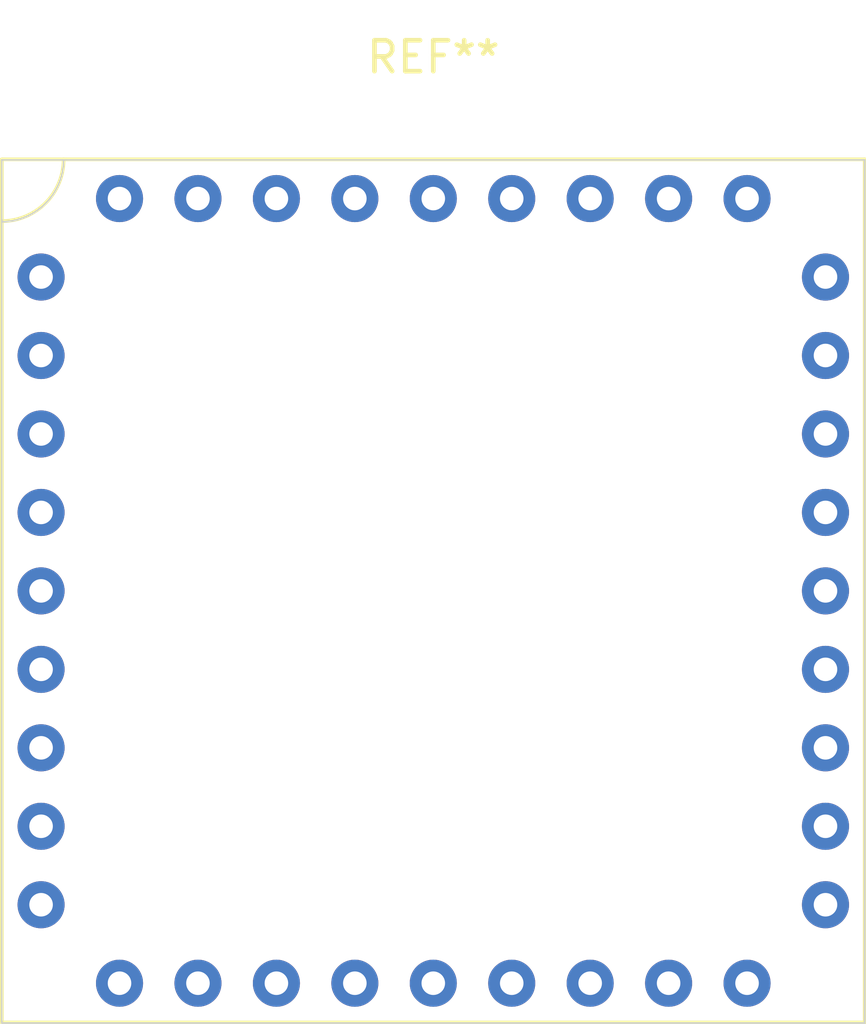
<source format=kicad_pcb>
(kicad_pcb (version 20171130) (host pcbnew "(5.1.10)-1")

  (general
    (thickness 1.6)
    (drawings 5)
    (tracks 0)
    (zones 0)
    (modules 1)
    (nets 1)
  )

  (page A4)
  (layers
    (0 F.Cu signal)
    (31 B.Cu signal)
    (32 B.Adhes user)
    (33 F.Adhes user)
    (34 B.Paste user)
    (35 F.Paste user)
    (36 B.SilkS user)
    (37 F.SilkS user)
    (38 B.Mask user)
    (39 F.Mask user)
    (40 Dwgs.User user)
    (41 Cmts.User user)
    (42 Eco1.User user)
    (43 Eco2.User user)
    (44 Edge.Cuts user)
    (45 Margin user)
    (46 B.CrtYd user)
    (47 F.CrtYd user)
    (48 B.Fab user)
    (49 F.Fab user)
  )

  (setup
    (last_trace_width 0.25)
    (trace_clearance 0.2)
    (zone_clearance 0.508)
    (zone_45_only no)
    (trace_min 0.2)
    (via_size 0.8)
    (via_drill 0.4)
    (via_min_size 0.4)
    (via_min_drill 0.3)
    (uvia_size 0.3)
    (uvia_drill 0.1)
    (uvias_allowed no)
    (uvia_min_size 0.2)
    (uvia_min_drill 0.1)
    (edge_width 0.05)
    (segment_width 0.2)
    (pcb_text_width 0.3)
    (pcb_text_size 1.5 1.5)
    (mod_edge_width 0.12)
    (mod_text_size 1 1)
    (mod_text_width 0.15)
    (pad_size 1.524 1.524)
    (pad_drill 0.762)
    (pad_to_mask_clearance 0)
    (aux_axis_origin 157.48 91.44)
    (grid_origin 157.48 91.44)
    (visible_elements FFFFFF7F)
    (pcbplotparams
      (layerselection 0x010fc_ffffffff)
      (usegerberextensions false)
      (usegerberattributes true)
      (usegerberadvancedattributes true)
      (creategerberjobfile true)
      (excludeedgelayer true)
      (linewidth 0.100000)
      (plotframeref false)
      (viasonmask false)
      (mode 1)
      (useauxorigin false)
      (hpglpennumber 1)
      (hpglpenspeed 20)
      (hpglpendiameter 15.000000)
      (psnegative false)
      (psa4output false)
      (plotreference true)
      (plotvalue true)
      (plotinvisibletext false)
      (padsonsilk false)
      (subtractmaskfromsilk false)
      (outputformat 1)
      (mirror false)
      (drillshape 1)
      (scaleselection 1)
      (outputdirectory ""))
  )

  (net 0 "")

  (net_class Default "This is the default net class."
    (clearance 0.2)
    (trace_width 0.25)
    (via_dia 0.8)
    (via_drill 0.4)
    (uvia_dia 0.3)
    (uvia_drill 0.1)
  )

  (module "SensorSuite:General Sensor Module - 9 pin" (layer F.Cu) (tedit 61C77658) (tstamp 61CC9151)
    (at 156.21 92.69)
    (fp_text reference REF** (at 0 -17.28) (layer F.SilkS)
      (effects (font (size 1 1) (thickness 0.15)))
    )
    (fp_text value "General Sensor Module - 9 pin" (at 0 -18.28) (layer F.Fab)
      (effects (font (size 1 1) (thickness 0.15)))
    )
    (fp_arc (start -13.97 -13.97) (end -13.97 -11.97) (angle -90) (layer F.SilkS) (width 0.12))
    (fp_line (start -13.97 13.97) (end 13.97 13.97) (layer F.SilkS) (width 0.12))
    (fp_line (start -13.97 -13.97) (end -13.97 13.97) (layer F.SilkS) (width 0.12))
    (fp_line (start 13.97 -13.97) (end -13.97 -13.97) (layer F.SilkS) (width 0.12))
    (fp_line (start 13.97 -13.97) (end 13.97 13.97) (layer F.SilkS) (width 0.12))
    (pad 1 thru_hole circle (at -10.16 12.7) (size 1.524 1.524) (drill 0.762) (layers *.Cu *.Mask))
    (pad 2 thru_hole circle (at -7.62 12.7) (size 1.524 1.524) (drill 0.762) (layers *.Cu *.Mask))
    (pad 3 thru_hole circle (at -5.08 12.7) (size 1.524 1.524) (drill 0.762) (layers *.Cu *.Mask))
    (pad 4 thru_hole circle (at -2.54 12.7) (size 1.524 1.524) (drill 0.762) (layers *.Cu *.Mask))
    (pad 5 thru_hole circle (at 0 12.7) (size 1.524 1.524) (drill 0.762) (layers *.Cu *.Mask))
    (pad 6 thru_hole circle (at 2.54 12.7) (size 1.524 1.524) (drill 0.762) (layers *.Cu *.Mask))
    (pad 7 thru_hole circle (at 5.08 12.7) (size 1.524 1.524) (drill 0.762) (layers *.Cu *.Mask))
    (pad 8 thru_hole circle (at 7.62 12.7) (size 1.524 1.524) (drill 0.762) (layers *.Cu *.Mask))
    (pad 9 thru_hole circle (at 10.16 12.7) (size 1.524 1.524) (drill 0.762) (layers *.Cu *.Mask))
    (pad 10 thru_hole circle (at 12.7 10.16) (size 1.524 1.524) (drill 0.762) (layers *.Cu *.Mask))
    (pad 11 thru_hole circle (at 12.7 7.62) (size 1.524 1.524) (drill 0.762) (layers *.Cu *.Mask))
    (pad 12 thru_hole circle (at 12.7 5.08) (size 1.524 1.524) (drill 0.762) (layers *.Cu *.Mask))
    (pad 13 thru_hole circle (at 12.7 2.54) (size 1.524 1.524) (drill 0.762) (layers *.Cu *.Mask))
    (pad 14 thru_hole circle (at 12.7 0) (size 1.524 1.524) (drill 0.762) (layers *.Cu *.Mask))
    (pad 15 thru_hole circle (at 12.7 -2.54) (size 1.524 1.524) (drill 0.762) (layers *.Cu *.Mask))
    (pad 16 thru_hole circle (at 12.7 -5.08) (size 1.524 1.524) (drill 0.762) (layers *.Cu *.Mask))
    (pad 17 thru_hole circle (at 12.7 -7.62) (size 1.524 1.524) (drill 0.762) (layers *.Cu *.Mask))
    (pad 18 thru_hole circle (at 12.7 -10.16) (size 1.524 1.524) (drill 0.762) (layers *.Cu *.Mask))
    (pad 19 thru_hole circle (at 10.16 -12.7) (size 1.524 1.524) (drill 0.762) (layers *.Cu *.Mask))
    (pad 20 thru_hole circle (at 7.62 -12.7) (size 1.524 1.524) (drill 0.762) (layers *.Cu *.Mask))
    (pad 21 thru_hole circle (at 5.08 -12.7) (size 1.524 1.524) (drill 0.762) (layers *.Cu *.Mask))
    (pad 22 thru_hole circle (at 2.54 -12.7) (size 1.524 1.524) (drill 0.762) (layers *.Cu *.Mask))
    (pad 23 thru_hole circle (at 0 -12.7) (size 1.524 1.524) (drill 0.762) (layers *.Cu *.Mask))
    (pad 24 thru_hole circle (at -2.54 -12.7) (size 1.524 1.524) (drill 0.762) (layers *.Cu *.Mask))
    (pad 25 thru_hole circle (at -5.08 -12.7) (size 1.524 1.524) (drill 0.762) (layers *.Cu *.Mask))
    (pad 26 thru_hole circle (at -7.62 -12.7) (size 1.524 1.524) (drill 0.762) (layers *.Cu *.Mask))
    (pad 27 thru_hole circle (at -10.16 -12.7) (size 1.524 1.524) (drill 0.762) (layers *.Cu *.Mask))
    (pad 28 thru_hole circle (at -12.7 -10.16) (size 1.524 1.524) (drill 0.762) (layers *.Cu *.Mask))
    (pad 29 thru_hole circle (at -12.7 -7.62) (size 1.524 1.524) (drill 0.762) (layers *.Cu *.Mask))
    (pad 30 thru_hole circle (at -12.7 -5.08) (size 1.524 1.524) (drill 0.762) (layers *.Cu *.Mask))
    (pad 31 thru_hole circle (at -12.7 -2.54) (size 1.524 1.524) (drill 0.762) (layers *.Cu *.Mask))
    (pad 32 thru_hole circle (at -12.7 0) (size 1.524 1.524) (drill 0.762) (layers *.Cu *.Mask))
    (pad 33 thru_hole circle (at -12.7 2.54) (size 1.524 1.524) (drill 0.762) (layers *.Cu *.Mask))
    (pad 34 thru_hole circle (at -12.7 5.08) (size 1.524 1.524) (drill 0.762) (layers *.Cu *.Mask))
    (pad 35 thru_hole circle (at -12.7 7.62) (size 1.524 1.524) (drill 0.762) (layers *.Cu *.Mask))
    (pad 36 thru_hole circle (at -12.7 10.16) (size 1.524 1.524) (drill 0.762) (layers *.Cu *.Mask))
  )

  (gr_arc (start 142.24 78.74) (end 142.24 80.74) (angle -90) (layer Edge.Cuts) (width 0.05))
  (gr_line (start 142.24 106.68) (end 142.24 78.74) (layer Edge.Cuts) (width 0.05) (tstamp 61CC8CEE))
  (gr_line (start 170.18 106.68) (end 142.24 106.68) (layer Edge.Cuts) (width 0.05))
  (gr_line (start 170.18 78.74) (end 170.18 106.68) (layer Edge.Cuts) (width 0.05))
  (gr_line (start 142.24 78.74) (end 170.18 78.74) (layer Edge.Cuts) (width 0.05))

)

</source>
